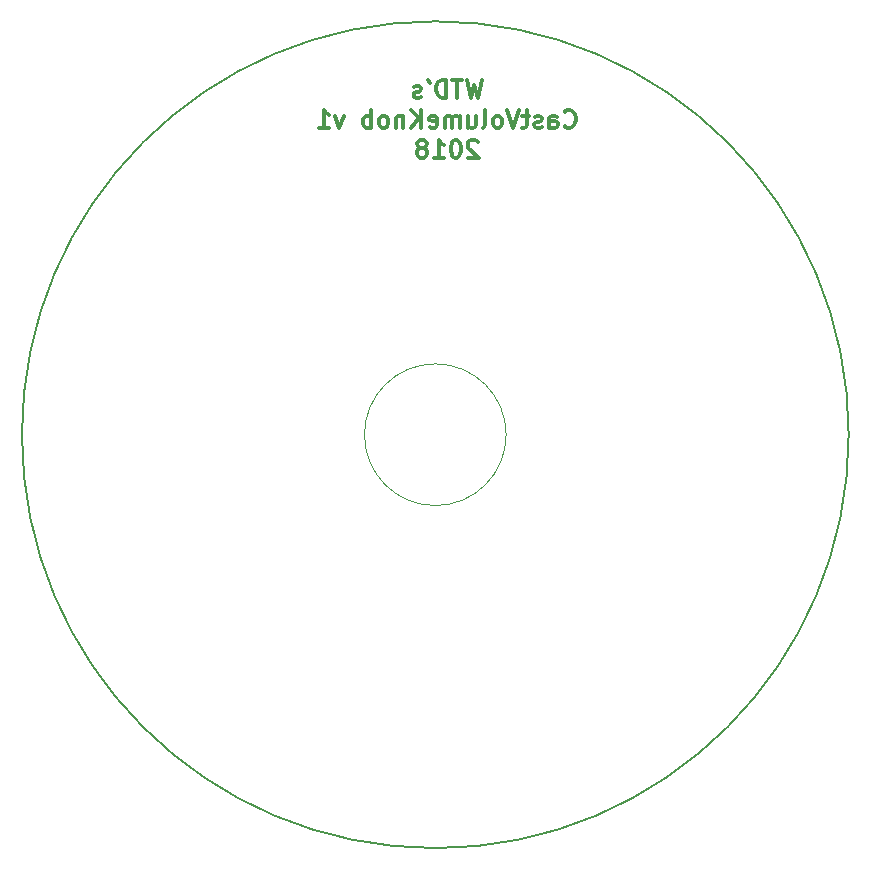
<source format=gbo>
%TF.GenerationSoftware,KiCad,Pcbnew,(5.0.1)-3*%
%TF.CreationDate,2019-01-30T15:27:52+01:00*%
%TF.ProjectId,CastVolumeKnob,43617374566F6C756D654B6E6F622E6B,rev?*%
%TF.SameCoordinates,PX853a720PY5faea10*%
%TF.FileFunction,Legend,Bot*%
%TF.FilePolarity,Positive*%
%FSLAX46Y46*%
G04 Gerber Fmt 4.6, Leading zero omitted, Abs format (unit mm)*
G04 Created by KiCad (PCBNEW (5.0.1)-3) date 30/01/2019 15:27:52*
%MOMM*%
%LPD*%
G01*
G04 APERTURE LIST*
%ADD10C,0.300000*%
%ADD11C,0.100000*%
%ADD12C,0.200000*%
G04 APERTURE END LIST*
D10*
X3944571Y30041429D02*
X3587428Y28541429D01*
X3301714Y29612858D01*
X3016000Y28541429D01*
X2658857Y30041429D01*
X2301714Y30041429D02*
X1444571Y30041429D01*
X1873142Y28541429D02*
X1873142Y30041429D01*
X944571Y28541429D02*
X944571Y30041429D01*
X587428Y30041429D01*
X373142Y29970000D01*
X230285Y29827143D01*
X158857Y29684286D01*
X87428Y29398572D01*
X87428Y29184286D01*
X158857Y28898572D01*
X230285Y28755715D01*
X373142Y28612858D01*
X587428Y28541429D01*
X944571Y28541429D01*
X-626858Y30041429D02*
X-484000Y29755715D01*
X-1198286Y28612858D02*
X-1341143Y28541429D01*
X-1626858Y28541429D01*
X-1769715Y28612858D01*
X-1841143Y28755715D01*
X-1841143Y28827143D01*
X-1769715Y28970000D01*
X-1626858Y29041429D01*
X-1412572Y29041429D01*
X-1269715Y29112858D01*
X-1198286Y29255715D01*
X-1198286Y29327143D01*
X-1269715Y29470000D01*
X-1412572Y29541429D01*
X-1626858Y29541429D01*
X-1769715Y29470000D01*
X10944571Y26134286D02*
X11016000Y26062858D01*
X11230285Y25991429D01*
X11373142Y25991429D01*
X11587428Y26062858D01*
X11730285Y26205715D01*
X11801714Y26348572D01*
X11873142Y26634286D01*
X11873142Y26848572D01*
X11801714Y27134286D01*
X11730285Y27277143D01*
X11587428Y27420000D01*
X11373142Y27491429D01*
X11230285Y27491429D01*
X11016000Y27420000D01*
X10944571Y27348572D01*
X9658857Y25991429D02*
X9658857Y26777143D01*
X9730285Y26920000D01*
X9873142Y26991429D01*
X10158857Y26991429D01*
X10301714Y26920000D01*
X9658857Y26062858D02*
X9801714Y25991429D01*
X10158857Y25991429D01*
X10301714Y26062858D01*
X10373142Y26205715D01*
X10373142Y26348572D01*
X10301714Y26491429D01*
X10158857Y26562858D01*
X9801714Y26562858D01*
X9658857Y26634286D01*
X9016000Y26062858D02*
X8873142Y25991429D01*
X8587428Y25991429D01*
X8444571Y26062858D01*
X8373142Y26205715D01*
X8373142Y26277143D01*
X8444571Y26420000D01*
X8587428Y26491429D01*
X8801714Y26491429D01*
X8944571Y26562858D01*
X9016000Y26705715D01*
X9016000Y26777143D01*
X8944571Y26920000D01*
X8801714Y26991429D01*
X8587428Y26991429D01*
X8444571Y26920000D01*
X7944571Y26991429D02*
X7373142Y26991429D01*
X7730285Y27491429D02*
X7730285Y26205715D01*
X7658857Y26062858D01*
X7516000Y25991429D01*
X7373142Y25991429D01*
X7087428Y27491429D02*
X6587428Y25991429D01*
X6087428Y27491429D01*
X5373142Y25991429D02*
X5516000Y26062858D01*
X5587428Y26134286D01*
X5658857Y26277143D01*
X5658857Y26705715D01*
X5587428Y26848572D01*
X5516000Y26920000D01*
X5373142Y26991429D01*
X5158857Y26991429D01*
X5016000Y26920000D01*
X4944571Y26848572D01*
X4873142Y26705715D01*
X4873142Y26277143D01*
X4944571Y26134286D01*
X5016000Y26062858D01*
X5158857Y25991429D01*
X5373142Y25991429D01*
X4016000Y25991429D02*
X4158857Y26062858D01*
X4230285Y26205715D01*
X4230285Y27491429D01*
X2801714Y26991429D02*
X2801714Y25991429D01*
X3444571Y26991429D02*
X3444571Y26205715D01*
X3373142Y26062858D01*
X3230285Y25991429D01*
X3016000Y25991429D01*
X2873142Y26062858D01*
X2801714Y26134286D01*
X2087428Y25991429D02*
X2087428Y26991429D01*
X2087428Y26848572D02*
X2016000Y26920000D01*
X1873142Y26991429D01*
X1658857Y26991429D01*
X1516000Y26920000D01*
X1444571Y26777143D01*
X1444571Y25991429D01*
X1444571Y26777143D02*
X1373142Y26920000D01*
X1230285Y26991429D01*
X1016000Y26991429D01*
X873142Y26920000D01*
X801714Y26777143D01*
X801714Y25991429D01*
X-484000Y26062858D02*
X-341143Y25991429D01*
X-55429Y25991429D01*
X87428Y26062858D01*
X158857Y26205715D01*
X158857Y26777143D01*
X87428Y26920000D01*
X-55429Y26991429D01*
X-341143Y26991429D01*
X-484000Y26920000D01*
X-555429Y26777143D01*
X-555429Y26634286D01*
X158857Y26491429D01*
X-1198286Y25991429D02*
X-1198286Y27491429D01*
X-2055429Y25991429D02*
X-1412572Y26848572D01*
X-2055429Y27491429D02*
X-1198286Y26634286D01*
X-2698286Y26991429D02*
X-2698286Y25991429D01*
X-2698286Y26848572D02*
X-2769715Y26920000D01*
X-2912572Y26991429D01*
X-3126858Y26991429D01*
X-3269715Y26920000D01*
X-3341143Y26777143D01*
X-3341143Y25991429D01*
X-4269715Y25991429D02*
X-4126858Y26062858D01*
X-4055429Y26134286D01*
X-3984000Y26277143D01*
X-3984000Y26705715D01*
X-4055429Y26848572D01*
X-4126858Y26920000D01*
X-4269715Y26991429D01*
X-4484000Y26991429D01*
X-4626858Y26920000D01*
X-4698286Y26848572D01*
X-4769715Y26705715D01*
X-4769715Y26277143D01*
X-4698286Y26134286D01*
X-4626858Y26062858D01*
X-4484000Y25991429D01*
X-4269715Y25991429D01*
X-5412572Y25991429D02*
X-5412572Y27491429D01*
X-5412572Y26920000D02*
X-5555429Y26991429D01*
X-5841143Y26991429D01*
X-5984000Y26920000D01*
X-6055429Y26848572D01*
X-6126858Y26705715D01*
X-6126858Y26277143D01*
X-6055429Y26134286D01*
X-5984000Y26062858D01*
X-5841143Y25991429D01*
X-5555429Y25991429D01*
X-5412572Y26062858D01*
X-7769715Y26991429D02*
X-8126858Y25991429D01*
X-8484000Y26991429D01*
X-9841143Y25991429D02*
X-8984000Y25991429D01*
X-9412572Y25991429D02*
X-9412572Y27491429D01*
X-9269715Y27277143D01*
X-9126858Y27134286D01*
X-8984000Y27062858D01*
X3587428Y24798572D02*
X3516000Y24870000D01*
X3373142Y24941429D01*
X3016000Y24941429D01*
X2873142Y24870000D01*
X2801714Y24798572D01*
X2730285Y24655715D01*
X2730285Y24512858D01*
X2801714Y24298572D01*
X3658857Y23441429D01*
X2730285Y23441429D01*
X1801714Y24941429D02*
X1658857Y24941429D01*
X1516000Y24870000D01*
X1444571Y24798572D01*
X1373142Y24655715D01*
X1301714Y24370000D01*
X1301714Y24012858D01*
X1373142Y23727143D01*
X1444571Y23584286D01*
X1516000Y23512858D01*
X1658857Y23441429D01*
X1801714Y23441429D01*
X1944571Y23512858D01*
X2016000Y23584286D01*
X2087428Y23727143D01*
X2158857Y24012858D01*
X2158857Y24370000D01*
X2087428Y24655715D01*
X2016000Y24798572D01*
X1944571Y24870000D01*
X1801714Y24941429D01*
X-126858Y23441429D02*
X730285Y23441429D01*
X301714Y23441429D02*
X301714Y24941429D01*
X444571Y24727143D01*
X587428Y24584286D01*
X730285Y24512858D01*
X-984000Y24298572D02*
X-841143Y24370000D01*
X-769715Y24441429D01*
X-698286Y24584286D01*
X-698286Y24655715D01*
X-769715Y24798572D01*
X-841143Y24870000D01*
X-984000Y24941429D01*
X-1269715Y24941429D01*
X-1412572Y24870000D01*
X-1484000Y24798572D01*
X-1555429Y24655715D01*
X-1555429Y24584286D01*
X-1484000Y24441429D01*
X-1412572Y24370000D01*
X-1269715Y24298572D01*
X-984000Y24298572D01*
X-841143Y24227143D01*
X-769715Y24155715D01*
X-698286Y24012858D01*
X-698286Y23727143D01*
X-769715Y23584286D01*
X-841143Y23512858D01*
X-984000Y23441429D01*
X-1269715Y23441429D01*
X-1412572Y23512858D01*
X-1484000Y23584286D01*
X-1555429Y23727143D01*
X-1555429Y24012858D01*
X-1484000Y24155715D01*
X-1412572Y24227143D01*
X-1269715Y24298572D01*
D11*
X6000000Y0D02*
G75*
G03X6000000Y0I-6000000J0D01*
G01*
D12*
X35000000Y0D02*
G75*
G03X35000000Y0I-35000000J0D01*
G01*
M02*

</source>
